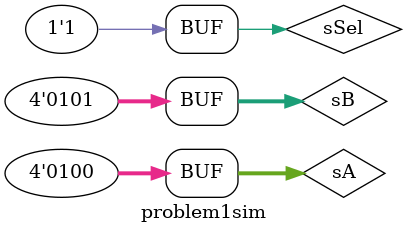
<source format=sv>
`timescale 1ns / 1ps


module problem1sim();
 logic [3:0] sA, sB, sS;
 logic sSel, sERR;
 //Unit under test is Module: Problem1Schematic
 Problem1RCA UUT ( .A(sA), .B(sB), .SEL(sSel), .S(sS), .ERR(sERR));

 initial begin
   sA = 4'b0000; sB = 4'b0000; sSel = 0; #10;
   sA = 4'b1001; sB = 4'b1010; sSel = 0; #10;
   sA = 4'b0111; sB = 4'b1010; sSel = 1; #10;
   sA = 4'b1110; sB = 4'b0000; sSel = 0; #10;
   sA = 4'b0100; sB = 4'b0101; sSel = 1;
 end

endmodule

</source>
